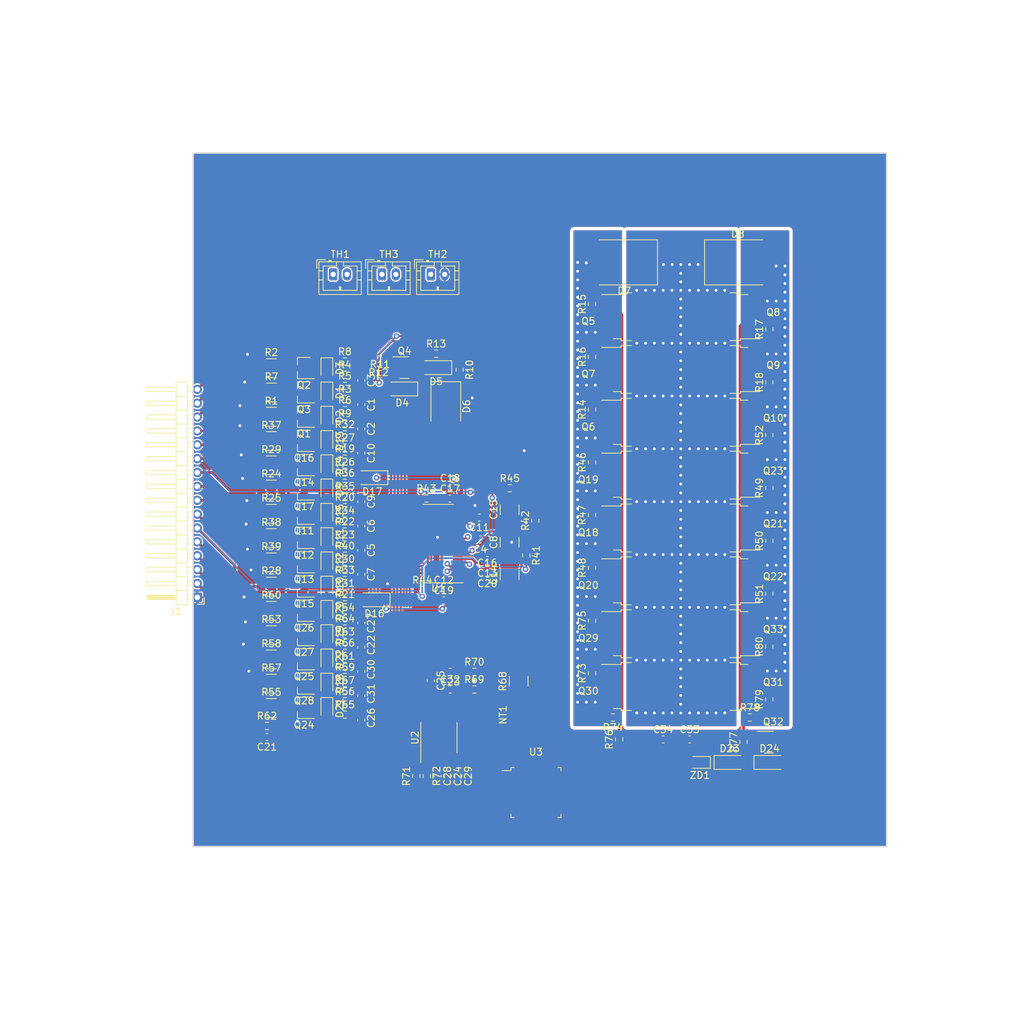
<source format=kicad_pcb>
(kicad_pcb (version 20221018) (generator pcbnew)

  (general
    (thickness 1.6)
  )

  (paper "A4")
  (layers
    (0 "F.Cu" signal)
    (31 "B.Cu" signal)
    (32 "B.Adhes" user "B.Adhesive")
    (33 "F.Adhes" user "F.Adhesive")
    (34 "B.Paste" user)
    (35 "F.Paste" user)
    (36 "B.SilkS" user "B.Silkscreen")
    (37 "F.SilkS" user "F.Silkscreen")
    (38 "B.Mask" user)
    (39 "F.Mask" user)
    (40 "Dwgs.User" user "User.Drawings")
    (41 "Cmts.User" user "User.Comments")
    (42 "Eco1.User" user "User.Eco1")
    (43 "Eco2.User" user "User.Eco2")
    (44 "Edge.Cuts" user)
    (45 "Margin" user)
    (46 "B.CrtYd" user "B.Courtyard")
    (47 "F.CrtYd" user "F.Courtyard")
    (48 "B.Fab" user)
    (49 "F.Fab" user)
    (50 "User.1" user)
    (51 "User.2" user)
    (52 "User.3" user)
    (53 "User.4" user)
    (54 "User.5" user)
    (55 "User.6" user)
    (56 "User.7" user)
    (57 "User.8" user)
    (58 "User.9" user)
  )

  (setup
    (stackup
      (layer "F.SilkS" (type "Top Silk Screen") (color "White"))
      (layer "F.Paste" (type "Top Solder Paste"))
      (layer "F.Mask" (type "Top Solder Mask") (color "Purple") (thickness 0.01))
      (layer "F.Cu" (type "copper") (thickness 0.035))
      (layer "dielectric 1" (type "core") (thickness 1.51) (material "FR4") (epsilon_r 4.5) (loss_tangent 0.02))
      (layer "B.Cu" (type "copper") (thickness 0.035))
      (layer "B.Mask" (type "Bottom Solder Mask") (color "Purple") (thickness 0.01))
      (layer "B.Paste" (type "Bottom Solder Paste"))
      (layer "B.SilkS" (type "Bottom Silk Screen") (color "White"))
      (copper_finish "None")
      (dielectric_constraints no)
    )
    (pad_to_mask_clearance 0)
    (grid_origin 82.365773 91.573261)
    (pcbplotparams
      (layerselection 0x00010fc_ffffffff)
      (plot_on_all_layers_selection 0x0000000_00000000)
      (disableapertmacros false)
      (usegerberextensions false)
      (usegerberattributes true)
      (usegerberadvancedattributes true)
      (creategerberjobfile true)
      (dashed_line_dash_ratio 12.000000)
      (dashed_line_gap_ratio 3.000000)
      (svgprecision 6)
      (plotframeref false)
      (viasonmask false)
      (mode 1)
      (useauxorigin false)
      (hpglpennumber 1)
      (hpglpenspeed 20)
      (hpglpendiameter 15.000000)
      (dxfpolygonmode true)
      (dxfimperialunits true)
      (dxfusepcbnewfont true)
      (psnegative false)
      (psa4output false)
      (plotreference true)
      (plotvalue true)
      (plotinvisibletext false)
      (sketchpadsonfab false)
      (subtractmaskfromsilk false)
      (outputformat 1)
      (mirror false)
      (drillshape 1)
      (scaleselection 1)
      (outputdirectory "")
    )
  )

  (net 0 "")
  (net 1 "/Protector3/VC15")
  (net 2 "/Protector3/VC14")
  (net 3 "/Protector3/VC13")
  (net 4 "/Protector3/VC12")
  (net 5 "/Protector3/VC11")
  (net 6 "/Protector3/VC10x")
  (net 7 "/Protector3/VC10")
  (net 8 "/Protector3/VC9")
  (net 9 "/Protector3/VC8")
  (net 10 "/Protector3/VC7")
  (net 11 "/Protector3/VC6")
  (net 12 "/Protector3/VC5x")
  (net 13 "/Protector3/VC5")
  (net 14 "/Protector3/VC4")
  (net 15 "/Protector3/VC3")
  (net 16 "/Protector3/VC2")
  (net 17 "/Protector3/VC1")
  (net 18 "/Protector3/VC0")
  (net 19 "Net-(C19-Pad2)")
  (net 20 "Net-(C20-Pad2)")
  (net 21 "Net-(C21-Pad2)")
  (net 22 "Net-(C22-Pad2)")
  (net 23 "Net-(C23-Pad2)")
  (net 24 "Net-(C24-Pad2)")
  (net 25 "Net-(C31-Pad2)")
  (net 26 "Net-(C43-Pad1)")
  (net 27 "Net-(C44-Pad1)")
  (net 28 "/SRN_I-")
  (net 29 "Net-(D4-Pad2)")
  (net 30 "Net-(D11-Pad1)")
  (net 31 "Net-(D13-Pad1)")
  (net 32 "Net-(D13-Pad2)")
  (net 33 "Net-(D14-Pad1)")
  (net 34 "+BATT")
  (net 35 "Net-(Q1-Pad2)")
  (net 36 "Net-(D1-Pad1)")
  (net 37 "Net-(D6-Pad2)")
  (net 38 "Net-(D7-Pad2)")
  (net 39 "Net-(D8-Pad2)")
  (net 40 "Net-(Q23-Pad1)")
  (net 41 "Net-(D9-Pad2)")
  (net 42 "Net-(D10-Pad2)")
  (net 43 "Net-(D16-Pad2)")
  (net 44 "Net-(D17-Pad2)")
  (net 45 "Net-(D18-Pad2)")
  (net 46 "Net-(D19-Pad2)")
  (net 47 "Net-(D20-Pad2)")
  (net 48 "Net-(D21-Pad2)")
  (net 49 "Net-(D22-Pad2)")
  (net 50 "Net-(D23-Pad2)")
  (net 51 "/Protector3/VC5b")
  (net 52 "/Protector3/VC10b")
  (net 53 "/Protector3/TS3")
  (net 54 "/Protector3/TS2")
  (net 55 "/Protector3/TS1")
  (net 56 "/SDA")
  (net 57 "/SCL")
  (net 58 "unconnected-(U1-Pad21)")
  (net 59 "unconnected-(U1-Pad22)")
  (net 60 "unconnected-(U1-Pad23)")
  (net 61 "/ALERT_MONITOR")
  (net 62 "unconnected-(U3-Pad2)")
  (net 63 "unconnected-(U3-Pad3)")
  (net 64 "unconnected-(U3-Pad4)")
  (net 65 "/MCU/OSC_IN")
  (net 66 "/MCU/OSC_OUT")
  (net 67 "/MCU/~{RST}")
  (net 68 "unconnected-(U3-Pad10)")
  (net 69 "unconnected-(U3-Pad11)")
  (net 70 "/High Side Fets/DSG")
  (net 71 "/High Side Fets/CHG")
  (net 72 "unconnected-(U3-Pad12)")
  (net 73 "unconnected-(U3-Pad13)")
  (net 74 "unconnected-(U3-Pad14)")
  (net 75 "unconnected-(U3-Pad15)")
  (net 76 "unconnected-(U3-Pad16)")
  (net 77 "unconnected-(U3-Pad17)")
  (net 78 "unconnected-(U3-Pad18)")
  (net 79 "unconnected-(U3-Pad19)")
  (net 80 "/MCU/BOOT1")
  (net 81 "unconnected-(U3-Pad21)")
  (net 82 "unconnected-(U3-Pad22)")
  (net 83 "unconnected-(U3-Pad25)")
  (net 84 "/High Side Fets/PACK-")
  (net 85 "Net-(Q1-Pad1)")
  (net 86 "Net-(D24-Pad2)")
  (net 87 "Net-(D25-Pad2)")
  (net 88 "/SRP_I+")
  (net 89 "Net-(Q2-Pad3)")
  (net 90 "Net-(Q3-Pad3)")
  (net 91 "Net-(Q7-Pad1)")
  (net 92 "Net-(Q8-Pad1)")
  (net 93 "Net-(Q9-Pad1)")
  (net 94 "Net-(Q10-Pad1)")
  (net 95 "Net-(Q11-Pad1)")
  (net 96 "Net-(Q12-Pad1)")
  (net 97 "Net-(Q13-Pad1)")
  (net 98 "Net-(Q14-Pad1)")
  (net 99 "unconnected-(U3-Pad26)")
  (net 100 "Net-(Q16-Pad1)")
  (net 101 "Net-(Q17-Pad1)")
  (net 102 "Net-(Q18-Pad1)")
  (net 103 "Net-(Q19-Pad1)")
  (net 104 "Net-(Q20-Pad1)")
  (net 105 "/MCU/OSC32_IN")
  (net 106 "/MCU/OSC32_OUT")
  (net 107 "unconnected-(U3-Pad29)")
  (net 108 "Net-(Q4-Pad3)")
  (net 109 "/VC10")
  (net 110 "/VC5")
  (net 111 "GND")
  (net 112 "/VC14")
  (net 113 "/VC13")
  (net 114 "/VC12")
  (net 115 "/VC11")
  (net 116 "/VC9")
  (net 117 "/VC8")
  (net 118 "/VC7")
  (net 119 "/VC6")
  (net 120 "/VC1")
  (net 121 "/VC2")
  (net 122 "/VC3")
  (net 123 "/VC4")
  (net 124 "/SRP")
  (net 125 "/SRN")
  (net 126 "Net-(Q21-Pad1)")
  (net 127 "Net-(Q22-Pad1)")
  (net 128 "unconnected-(U3-Pad30)")
  (net 129 "Net-(Q5-Pad3)")
  (net 130 "Net-(Q6-Pad3)")
  (net 131 "Net-(Q24-Pad3)")
  (net 132 "Net-(Q25-Pad3)")
  (net 133 "Net-(Q26-Pad3)")
  (net 134 "Net-(Q27-Pad3)")
  (net 135 "Net-(Q28-Pad3)")
  (net 136 "Net-(Q29-Pad3)")
  (net 137 "Net-(Q30-Pad3)")
  (net 138 "Net-(Q31-Pad3)")
  (net 139 "unconnected-(U3-Pad31)")
  (net 140 "unconnected-(U3-Pad32)")
  (net 141 "unconnected-(U3-Pad33)")
  (net 142 "/MCU/SWDIO")
  (net 143 "/MCU/SWCLK")
  (net 144 "unconnected-(U3-Pad38)")
  (net 145 "unconnected-(U3-Pad39)")
  (net 146 "Net-(Q32-Pad3)")
  (net 147 "Net-(D4-Pad1)")
  (net 148 "+3.3V")
  (net 149 "unconnected-(U3-Pad40)")
  (net 150 "unconnected-(U3-Pad41)")
  (net 151 "unconnected-(U3-Pad42)")
  (net 152 "unconnected-(U3-Pad43)")
  (net 153 "/MCU/BOOT0")
  (net 154 "unconnected-(U3-Pad45)")
  (net 155 "unconnected-(U3-Pad46)")
  (net 156 "/~{ALERT_FUEL}")
  (net 157 "unconnected-(U5-Pad2)")
  (net 158 "unconnected-(U5-Pad3)")
  (net 159 "Net-(TH4-Pad1)")
  (net 160 "unconnected-(U5-Pad12)")
  (net 161 "Net-(Q33-Pad3)")
  (net 162 "Net-(R30-Pad1)")

  (footprint "Package_TO_SOT_SMD:TSOT-23" (layer "F.Cu") (at 30.113273 132.776261 180))

  (footprint "Package_TO_SOT_SMD:TSOT-23" (layer "F.Cu") (at 30.113273 115.276261 180))

  (footprint "Resistor_SMD:R_0805_2012Metric" (layer "F.Cu") (at 40.865773 103.743261 180))

  (footprint "Resistor_SMD:R_0603_1608Metric" (layer "F.Cu") (at 36.003273 103.826261))

  (footprint "Resistor_SMD:R_0603_1608Metric" (layer "F.Cu") (at 97.220016 99.168555 90))

  (footprint "Resistor_SMD:R_0603_1608Metric" (layer "F.Cu") (at 71.654808 125.960169 90))

  (footprint "Resistor_SMD:R_0603_1608Metric" (layer "F.Cu") (at 36.003273 110.826261))

  (footprint "Resistor_SMD:R_0603_1608Metric" (layer "F.Cu") (at 97.220016 114.418841 90))

  (footprint "Diode_SMD:D_SMC" (layer "F.Cu") (at 76.292546 89.512272 180))

  (footprint "Diode_SMD:D_SOD-123" (layer "F.Cu") (at 97.247546 161.628272))

  (footprint "Resistor_SMD:R_1210_3225Metric" (layer "F.Cu") (at 25.403273 118.776261))

  (footprint "Resistor_SMD:R_0603_1608Metric" (layer "F.Cu") (at 47.765773 123.573261))

  (footprint "Resistor_SMD:R_0603_1608Metric" (layer "F.Cu") (at 71.654808 103.133967 90))

  (footprint "Diode_SMD:D_SOD-323" (layer "F.Cu") (at 33.405773 111.776261 -90))

  (footprint "Diode_SMD:D_SOD-323" (layer "F.Cu") (at 33.405773 136.276261 -90))

  (footprint "Diode_SMD:D_SOD-323" (layer "F.Cu") (at 33.405773 153.776261 -90))

  (footprint "Resistor_SMD:R_1210_3225Metric" (layer "F.Cu") (at 25.403273 104.776261))

  (footprint "Resistor_SMD:R_1210_3225Metric" (layer "F.Cu") (at 25.403273 122.276261))

  (footprint "Resistor_SMD:R_0603_1608Metric" (layer "F.Cu") (at 36.003273 130.226261))

  (footprint "Package_TO_SOT_SMD:TO-252-2" (layer "F.Cu") (at 90.565773 135.443261 180))

  (footprint "Package_TO_SOT_SMD:TSOT-23" (layer "F.Cu") (at 30.113273 104.776261 180))

  (footprint "Package_TO_SOT_SMD:TO-252-2" (layer "F.Cu") (at 90.565773 120.203261 180))

  (footprint "Package_TO_SOT_SMD:TO-252-2" (layer "F.Cu") (at 78.305773 104.963261))

  (footprint "Resistor_SMD:R_0603_1608Metric" (layer "F.Cu") (at 36.003273 117.826261))

  (footprint "Resistor_SMD:R_0603_1608Metric" (layer "F.Cu") (at 54.675905 148.570361))

  (footprint "Package_QFP:LQFP-48_7x7mm_P0.5mm" (layer "F.Cu") (at 63.565773 165.973261))

  (footprint "Capacitor_SMD:C_0603_1608Metric" (layer "F.Cu") (at 38.365773 106.526261 -90))

  (footprint "Package_TO_SOT_SMD:TSOT-23" (layer "F.Cu") (at 30.113273 122.276261 180))

  (footprint "Capacitor_SMD:C_0603_1608Metric" (layer "F.Cu") (at 51.165773 123.573261))

  (footprint "Package_TO_SOT_SMD:TO-252-2" (layer "F.Cu") (at 78.305773 143.063261))

  (footprint "Diode_SMD:D_SMC" (layer "F.Cu") (at 92.675546 89.512272))

  (footprint "Resistor_SMD:R_0603_1608Metric" (layer "F.Cu") (at 36.003273 123.226261))

  (footprint "Resistor_SMD:R_0603_1608Metric" (layer "F.Cu") (at 36.003273 142.326261))

  (footprint "Resistor_SMD:R_0603_1608Metric" (layer "F.Cu") (at 94.414588 155.1547))

  (footprint "Package_TO_SOT_SMD:TSOT-23" (layer "F.Cu") (at 30.113273 136.276261 180))

  (footprint "Package_TO_SOT_SMD:TO-252-2" (layer "F.Cu") (at 90.565773 127.823261 180))

  (footprint "Resistor_SMD:R_1210_3225Metric" (layer "F.Cu") (at 25.403273 153.776261))

  (footprint "Capacitor_SMD:C_0603_1608Metric" (layer "F.Cu") (at 52.365773 163.598261 -90))

  (footprint "Resistor_SMD:R_1210_3225Metric" (layer "F.Cu") (at 25.403273 115.276261))

  (footprint "Diode_SMD:D_SOD-323" (layer "F.Cu") (at 33.405773 143.276261 -90))

  (footprint "Resistor_SMD:R_0603_1608Metric" (layer "F.Cu") (at 36.003273 126.726261))

  (footprint "Diode_SMD:D_SOD-323" (layer "F.Cu") (at 33.405773 118.776261 -90))

  (footprint "Capacitor_SMD:C_0603_1608Metric" (layer "F.Cu") (at 24.765773 157.973261 180))

  (footprint "Capacitor_SMD:C_1210_3225Metric" (layer "F.Cu") (at 59.765773 134.573261 90))

  (footprint "Resistor_SMD:R_0603_1608Metric" (layer "F.Cu") (at 36.003273 151.226261))

  (footprint "Resistor_SMD:R_0603_1608Metric" (layer "F.Cu") (at 93.502088 158.675761 90))

  (footprint "Capacitor_SMD:C_0603_1608Metric" (layer "F.Cu")
    (tstamp 3cce6146-38b6-4a33-aeb3-a9c7e0fd7720)
    (at 55.390773 126.323261 180)
    (descr "Capacitor SMD 0603 (1608 Metric), square (rectangular) end terminal, IPC_7351 nominal, (Body size source: IPC-SM-782 page 76, https://www.pcb-3d.com/wordpress/wp-content/uploads/ipc-sm-782a_amendment_1_and_2.pdf), generated with kicad-footprint-generator")
    (tags "capacitor")
    (property "Sheetfile" "pro
... [1371548 chars truncated]
</source>
